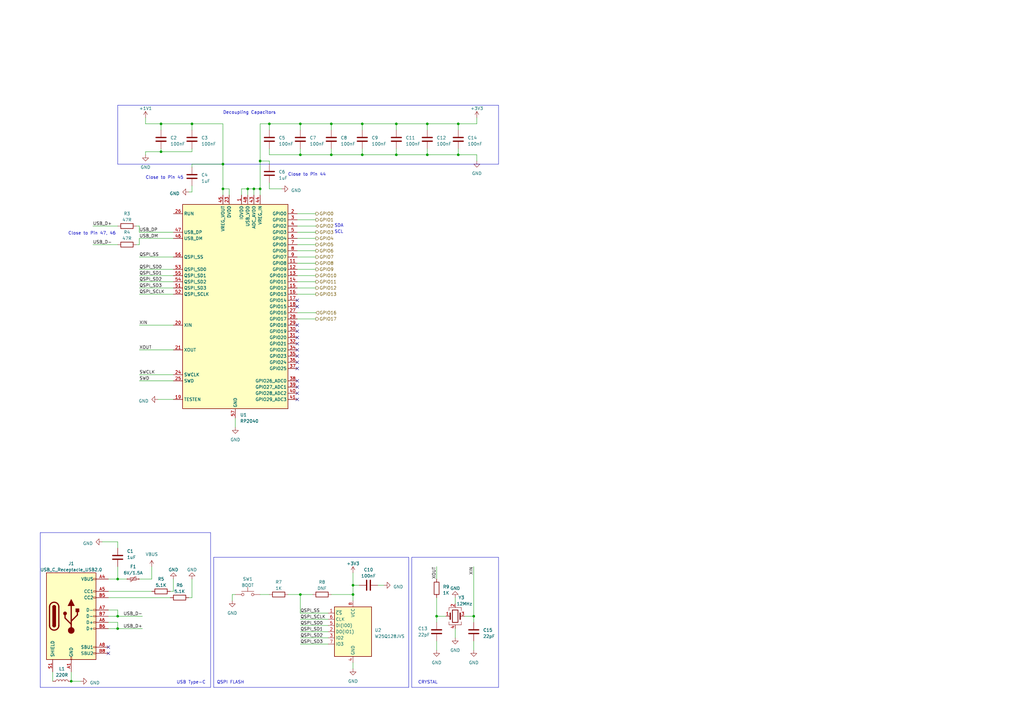
<source format=kicad_sch>
(kicad_sch (version 20230121) (generator eeschema)
  (paper "A3")
  (title_block (title "Raspberry Pi RP2040 Default Schematic") (date "2023-07-04") (rev "v1.0") (company "Author : Turgay Hopal"))
  (lib_symbols
    (symbol "Connector:USB_C_Receptacle_USB2.0" (pin_names (offset 1.016))
      (property "Reference" "J" (at -10.16 19.05 0))
      (property "Value" "USB_C_Receptacle_USB2.0" (at 19.05 19.05 0))
      (symbol "USB_C_Receptacle_USB2.0_0_0"
        (rectangle (start -0.254 -17.78) (end 0.254 -16.764))
        (rectangle (start 10.16 -14.986) (end 9.144 -15.494))
        (rectangle (start 10.16 -12.446) (end 9.144 -12.954))
        (rectangle (start 10.16 -4.826) (end 9.144 -5.334))
        (rectangle (start 10.16 -2.286) (end 9.144 -2.794))
        (rectangle (start 10.16 0.254) (end 9.144 -0.254))
        (rectangle (start 10.16 2.794) (end 9.144 2.286))
        (rectangle (start 10.16 7.874) (end 9.144 7.366))
        (rectangle (start 10.16 10.414) (end 9.144 9.906))
        (rectangle (start 10.16 15.494) (end 9.144 14.986))
      )
      (symbol "USB_C_Receptacle_USB2.0_0_1"
        (rectangle (start -10.16 17.78) (end 10.16 -17.78) (stroke (width 0.254)) (fill (type background)))
        (arc (start -8.89 -3.81) (mid -6.985 -5.7067) (end -5.08 -3.81) (stroke (width 0.508)))
        (arc (start -7.62 -3.81) (mid -6.985 -4.4423) (end -6.35 -3.81) (stroke (width 0.254)))
        (arc (start -7.62 -3.81) (mid -6.985 -4.4423) (end -6.35 -3.81) (stroke (width 0.254)) (fill (type outline)))
        (rectangle (start -7.62 -3.81) (end -6.35 3.81) (stroke (width 0.254)) (fill (type outline)))
        (arc (start -6.35 3.81) (mid -6.985 4.4423) (end -7.62 3.81) (stroke (width 0.254)))
        (arc (start -6.35 3.81) (mid -6.985 4.4423) (end -7.62 3.81) (stroke (width 0.254)) (fill (type outline)))
        (arc (start -5.08 3.81) (mid -6.985 5.7067) (end -8.89 3.81) (stroke (width 0.508)))
        (circle (center -2.54 1.143) (radius 0.635) (stroke (width 0.254)) (fill (type outline)))
        (circle (center 0 -5.842) (radius 1.27) (fill (type outline)))
        (polyline (pts (xy -8.89 -3.81) (xy -8.89 3.81)) (stroke (width 0.508)))
        (polyline (pts (xy -5.08 3.81) (xy -5.08 -3.81)) (stroke (width 0.508)))
        (polyline (pts (xy 0 -5.842) (xy 0 4.318)) (stroke (width 0.508)))
        (polyline (pts (xy 0 -3.302) (xy -2.54 -0.762) (xy -2.54 0.508)) (stroke (width 0.508)))
        (polyline (pts (xy 0 -2.032) (xy 2.54 0.508) (xy 2.54 1.778)) (stroke (width 0.508)))
        (polyline (pts (xy -1.27 4.318) (xy 0 6.858) (xy 1.27 4.318) (xy -1.27 4.318)) (stroke (width 0.254)) (fill (type outline)))
        (rectangle (start 1.905 1.778) (end 3.175 3.048) (stroke (width 0.254)) (fill (type outline)))
      )
      (symbol "USB_C_Receptacle_USB2.0_1_1"
        (pin passive line (at 0 -22.86 90) (length 5.08) (name "GND") (number "A1"))
        (pin passive line (at 0 -22.86 90) (length 5.08) hide (name "GND") (number "A12"))
        (pin passive line (at 15.24 15.24 180) (length 5.08) (name "VBUS") (number "A4"))
        (pin bidirectional line (at 15.24 10.16 180) (length 5.08) (name "CC1") (number "A5"))
        (pin bidirectional line (at 15.24 -2.54 180) (length 5.08) (name "D+") (number "A6"))
        (pin bidirectional line (at 15.24 2.54 180) (length 5.08) (name "D-") (number "A7"))
        (pin bidirectional line (at 15.24 -12.7 180) (length 5.08) (name "SBU1") (number "A8"))
        (pin passive line (at 15.24 15.24 180) (length 5.08) hide (name "VBUS") (number "A9"))
        (pin passive line (at 0 -22.86 90) (length 5.08) hide (name "GND") (number "B1"))
        (pin passive line (at 0 -22.86 90) (length 5.08) hide (name "GND") (number "B12"))
        (pin passive line (at 15.24 15.24 180) (length 5.08) hide (name "VBUS") (number "B4"))
        (pin bidirectional line (at 15.24 7.62 180) (length 5.08) (name "CC2") (number "B5"))
        (pin bidirectional line (at 15.24 -5.08 180) (length 5.08) (name "D+") (number "B6"))
        (pin bidirectional line (at 15.24 0 180) (length 5.08) (name "D-") (number "B7"))
        (pin bidirectional line (at 15.24 -15.24 180) (length 5.08) (name "SBU2") (number "B8"))
        (pin passive line (at 15.24 15.24 180) (length 5.08) hide (name "VBUS") (number "B9"))
        (pin passive line (at -7.62 -22.86 90) (length 5.08) (name "SHIELD") (number "S1"))
      )
    )
    (symbol "Device:C" (pin_numbers hide) (pin_names (offset 0.254))
      (property "Reference" "C" (at 0.635 2.54 0))
      (property "Value" "C" (at 0.635 -2.54 0))
      (symbol "C_0_1"
        (polyline (pts (xy -2.032 -0.762) (xy 2.032 -0.762)) (stroke (width 0.508)))
        (polyline (pts (xy -2.032 0.762) (xy 2.032 0.762)) (stroke (width 0.508)))
      )
      (symbol "C_1_1"
        (pin passive line (at 0 3.81 270) (length 2.794) (name "~") (number "1"))
        (pin passive line (at 0 -3.81 90) (length 2.794) (name "~") (number "2"))
      )
    )
    (symbol "Device:Crystal_GND24" (pin_names (offset 1.016) hide)
      (property "Reference" "Y" (at 3.175 5.08 0))
      (property "Value" "Crystal_GND24" (at 3.175 3.175 0))
      (symbol "Crystal_GND24_0_1"
        (rectangle (start -1.143 2.54) (end 1.143 -2.54) (stroke (width 0.3048)))
        (polyline (pts (xy -2.54 0) (xy -2.032 0)))
        (polyline (pts (xy -2.032 -1.27) (xy -2.032 1.27)) (stroke (width 0.508)))
        (polyline (pts (xy 0 -3.81) (xy 0 -3.556)))
        (polyline (pts (xy 0 3.556) (xy 0 3.81)))
        (polyline (pts (xy 2.032 -1.27) (xy 2.032 1.27)) (stroke (width 0.508)))
        (polyline (pts (xy 2.032 0) (xy 2.54 0)))
        (polyline (pts (xy -2.54 -2.286) (xy -2.54 -3.556) (xy 2.54 -3.556) (xy 2.54 -2.286)))
        (polyline (pts (xy -2.54 2.286) (xy -2.54 3.556) (xy 2.54 3.556) (xy 2.54 2.286)))
      )
      (symbol "Crystal_GND24_1_1"
        (pin passive line (at -3.81 0 0) (length 1.27) (name "1") (number "1"))
        (pin passive line (at 0 5.08 270) (length 1.27) (name "2") (number "2"))
        (pin passive line (at 3.81 0 180) (length 1.27) (name "3") (number "3"))
        (pin passive line (at 0 -5.08 90) (length 1.27) (name "4") (number "4"))
      )
    )
    (symbol "Device:L" (pin_numbers hide) (pin_names (offset 1.016) hide)
      (property "Reference" "L" (at -1.27 0 90))
      (property "Value" "L" (at 1.905 0 90))
      (symbol "L_0_1"
        (arc (start 0 -2.54) (mid 0.6323 -1.905) (end 0 -1.27))
        (arc (start 0 -1.27) (mid 0.6323 -0.635) (end 0 0))
        (arc (start 0 0) (mid 0.6323 0.635) (end 0 1.27))
        (arc (start 0 1.27) (mid 0.6323 1.905) (end 0 2.54))
      )
      (symbol "L_1_1"
        (pin passive line (at 0 3.81 270) (length 1.27) (name "1") (number "1"))
        (pin passive line (at 0 -3.81 90) (length 1.27) (name "2") (number "2"))
      )
    )
    (symbol "Device:Polyfuse_Small" (pin_numbers hide) (pin_names (offset 0))
      (property "Reference" "F" (at -1.905 0 90))
      (property "Value" "Polyfuse_Small" (at 1.905 0 90))
      (symbol "Polyfuse_Small_0_1"
        (rectangle (start -0.508 1.27) (end 0.508 -1.27))
        (polyline (pts (xy 0 2.54) (xy 0 -2.54)))
        (polyline (pts (xy -1.016 1.27) (xy -1.016 0.762) (xy 1.016 -0.762) (xy 1.016 -1.27)))
      )
      (symbol "Polyfuse_Small_1_1"
        (pin passive line (at 0 2.54 270) (length 0.635) (name "~") (number "1"))
        (pin passive line (at 0 -2.54 90) (length 0.635) (name "~") (number "2"))
      )
    )
    (symbol "Device:R" (pin_numbers hide) (pin_names (offset 0))
      (property "Reference" "R" (at 2.032 0 90))
      (property "Value" "R" (at 0 0 90))
      (symbol "R_0_1"
        (rectangle (start -1.016 -2.54) (end 1.016 2.54) (stroke (width 0.254)))
      )
      (symbol "R_1_1"
        (pin passive line (at 0 3.81 270) (length 1.27) (name "~") (number "1"))
        (pin passive line (at 0 -3.81 90) (length 1.27) (name "~") (number "2"))
      )
    )
    (symbol "MCU_RaspberryPi:RP2040"
      (property "Reference" "U" (at 17.78 45.72 0))
      (property "Value" "RP2040" (at 17.78 43.18 0))
      (symbol "RP2040_0_1"
        (rectangle (start -21.59 41.91) (end 21.59 -41.91) (stroke (width 0.254)) (fill (type background)))
      )
      (symbol "RP2040_1_1"
        (pin power_in line (at 2.54 45.72 270) (length 3.81) (name "IOVDD") (number "1"))
        (pin passive line (at 2.54 45.72 270) (length 3.81) hide (name "IOVDD") (number "10"))
        (pin bidirectional line (at 25.4 17.78 180) (length 3.81) (name "GPIO8") (number "11"))
        (pin bidirectional line (at 25.4 15.24 180) (length 3.81) (name "GPIO9") (number "12"))
        (pin bidirectional line (at 25.4 12.7 180) (length 3.81) (name "GPIO10") (number "13"))
        (pin bidirectional line (at 25.4 10.16 180) (length 3.81) (name "GPIO11") (number "14"))
        (pin bidirectional line (at 25.4 7.62 180) (length 3.81) (name "GPIO12") (number "15"))
        (pin bidirectional line (at 25.4 5.08 180) (length 3.81) (name "GPIO13") (number "16"))
        (pin bidirectional line (at 25.4 2.54 180) (length 3.81) (name "GPIO14") (number "17"))
        (pin bidirectional line (at 25.4 0 180) (length 3.81) (name "GPIO15") (number "18"))
        (pin input line (at -25.4 -38.1 0) (length 3.81) (name "TESTEN") (number "19"))
        (pin bidirectional line (at 25.4 38.1 180) (length 3.81) (name "GPIO0") (number "2"))
        (pin input line (at -25.4 -7.62 0) (length 3.81) (name "XIN") (number "20"))
        (pin passive line (at -25.4 -17.78 0) (length 3.81) (name "XOUT") (number "21"))
        (pin passive line (at 2.54 45.72 270) (length 3.81) hide (name "IOVDD") (number "22"))
        (pin power_in line (at -2.54 45.72 270) (length 3.81) (name "DVDD") (number "23"))
        (pin input line (at -25.4 -27.94 0) (length 3.81) (name "SWCLK") (number "24"))
        (pin bidirectional line (at -25.4 -30.48 0) (length 3.81) (name "SWD") (number "25"))
        (pin input line (at -25.4 38.1 0) (length 3.81) (name "RUN") (number "26"))
        (pin bidirectional line (at 25.4 -2.54 180) (length 3.81) (name "GPIO16") (number "27"))
        (pin bidirectional line (at 25.4 -5.08 180) (length 3.81) (name "GPIO17") (number "28"))
        (pin bidirectional line (at 25.4 -7.62 180) (length 3.81) (name "GPIO18") (number "29"))
        (pin bidirectional line (at 25.4 35.56 180) (length 3.81) (name "GPIO1") (number "3"))
        (pin bidirectional line (at 25.4 -10.16 180) (length 3.81) (name "GPIO19") (number "30"))
        (pin bidirectional line (at 25.4 -12.7 180) (length 3.81) (name "GPIO20") (number "31"))
        (pin bidirectional line (at 25.4 -15.24 180) (length 3.81) (name "GPIO21") (number "32"))
        (pin passive line (at 2.54 45.72 270) (length 3.81) hide (name "IOVDD") (number "33"))
        (pin bidirectional line (at 25.4 -17.78 180) (length 3.81) (name "GPIO22") (number "34"))
        (pin bidirectional line (at 25.4 -20.32 180) (length 3.81) (name "GPIO23") (number "35"))
        (pin bidirectional line (at 25.4 -22.86 180) (length 3.81) (name "GPIO24") (number "36"))
        (pin bidirectional line (at 25.4 -25.4 180) (length 3.81) (name "GPIO25") (number "37"))
        (pin bidirectional line (at 25.4 -30.48 180) (length 3.81) (name "GPIO26_ADC0") (number "38"))
        (pin bidirectional line (at 25.4 -33.02 180) (length 3.81) (name "GPIO27_ADC1") (number "39"))
        (pin bidirectional line (at 25.4 33.02 180) (length 3.81) (name "GPIO2") (number "4"))
        (pin bidirectional line (at 25.4 -35.56 180) (length 3.81) (name "GPIO28_ADC2") (number "40"))
        (pin bidirectional line (at 25.4 -38.1 180) (length 3.81) (name "GPIO29_ADC3") (number "41"))
        (pin passive line (at 2.54 45.72 270) (length 3.81) hide (name "IOVDD") (number "42"))
        (pin power_in line (at 7.62 45.72 270) (length 3.81) (name "ADC_AVDD") (number "43"))
        (pin power_in line (at 10.16 45.72 270) (length 3.81) (name "VREG_IN") (number "44"))
        (pin power_out line (at -5.08 45.72 270) (length 3.81) (name "VREG_VOUT") (number "45"))
        (pin bidirectional line (at -25.4 27.94 0) (length 3.81) (name "USB_DM") (number "46"))
        (pin bidirectional line (at -25.4 30.48 0) (length 3.81) (name "USB_DP") (number "47"))
        (pin power_in line (at 5.08 45.72 270) (length 3.81) (name "USB_VDD") (number "48"))
        (pin passive line (at 2.54 45.72 270) (length 3.81) hide (name "IOVDD") (number "49"))
        (pin bidirectional line (at 25.4 30.48 180) (length 3.81) (name "GPIO3") (number "5"))
        (pin passive line (at -2.54 45.72 270) (length 3.81) hide (name "DVDD") (number "50"))
        (pin bidirectional line (at -25.4 7.62 0) (length 3.81) (name "QSPI_SD3") (number "51"))
        (pin output line (at -25.4 5.08 0) (length 3.81) (name "QSPI_SCLK") (number "52"))
        (pin bidirectional line (at -25.4 15.24 0) (length 3.81) (name "QSPI_SD0") (number "53"))
        (pin bidirectional line (at -25.4 10.16 0) (length 3.81) (name "QSPI_SD2") (number "54"))
        (pin bidirectional line (at -25.4 12.7 0) (length 3.81) (name "QSPI_SD1") (number "55"))
        (pin bidirectional line (at -25.4 20.32 0) (length 3.81) (name "QSPI_SS") (number "56"))
        (pin power_in line (at 0 -45.72 90) (length 3.81) (name "GND") (number "57"))
        (pin bidirectional line (at 25.4 27.94 180) (length 3.81) (name "GPIO4") (number "6"))
        (pin bidirectional line (at 25.4 25.4 180) (length 3.81) (name "GPIO5") (number "7"))
        (pin bidirectional line (at 25.4 22.86 180) (length 3.81) (name "GPIO6") (number "8"))
        (pin bidirectional line (at 25.4 20.32 180) (length 3.81) (name "GPIO7") (number "9"))
      )
    )
    (symbol "Memory_Flash:W25Q128JVS"
      (property "Reference" "U" (at -8.89 8.89 0))
      (property "Value" "W25Q128JVS" (at 7.62 8.89 0))
      (symbol "W25Q128JVS_0_1"
        (rectangle (start -7.62 10.16) (end 7.62 -10.16) (stroke (width 0.254)) (fill (type background)))
      )
      (symbol "W25Q128JVS_1_1"
        (pin input line (at -10.16 7.62 0) (length 2.54) (name "~{CS}") (number "1"))
        (pin bidirectional line (at -10.16 0 0) (length 2.54) (name "DO(IO1)") (number "2"))
        (pin bidirectional line (at -10.16 -2.54 0) (length 2.54) (name "IO2") (number "3"))
        (pin power_in line (at 0 -12.7 90) (length 2.54) (name "GND") (number "4"))
        (pin bidirectional line (at -10.16 2.54 0) (length 2.54) (name "DI(IO0)") (number "5"))
        (pin input line (at -10.16 5.08 0) (length 2.54) (name "CLK") (number "6"))
        (pin bidirectional line (at -10.16 -5.08 0) (length 2.54) (name "IO3") (number "7"))
        (pin power_in line (at 0 12.7 270) (length 2.54) (name "VCC") (number "8"))
      )
    )
    (symbol "Switch:SW_Push" (pin_numbers hide) (pin_names (offset 1.016) hide)
      (property "Reference" "SW" (at 1.27 2.54 0))
      (property "Value" "SW_Push" (at 0 -1.524 0))
      (symbol "SW_Push_0_1"
        (circle (center -2.032 0) (radius 0.508))
        (polyline (pts (xy 0 1.27) (xy 0 3.048)))
        (polyline (pts (xy 2.54 1.27) (xy -2.54 1.27)))
        (circle (center 2.032 0) (radius 0.508))
        (pin passive line (at -5.08 0 0) (length 2.54) (name "1") (number "1"))
        (pin passive line (at 5.08 0 180) (length 2.54) (name "2") (number "2"))
      )
    )
    (symbol "power:+1V1" (power) (pin_names (offset 0))
      (property "Value" "+1V1" (at 0 3.556 0))
      (symbol "+1V1_0_1"
        (polyline (pts (xy -0.762 1.27) (xy 0 2.54)))
        (polyline (pts (xy 0 0) (xy 0 2.54)))
        (polyline (pts (xy 0 2.54) (xy 0.762 1.27)))
      )
      (symbol "+1V1_1_1"
        (pin power_in line (at 0 0 90) (length 0) hide (name "+1V1") (number "1"))
      )
    )
    (symbol "power:+3V3" (power) (pin_names (offset 0))
      (property "Value" "+3V3" (at 0 3.556 0))
      (symbol "+3V3_0_1"
        (polyline (pts (xy -0.762 1.27) (xy 0 2.54)))
        (polyline (pts (xy 0 0) (xy 0 2.54)))
        (polyline (pts (xy 0 2.54) (xy 0.762 1.27)))
      )
      (symbol "+3V3_1_1"
        (pin power_in line (at 0 0 90) (length 0) hide (name "+3V3") (number "1"))
      )
    )
    (symbol "power:GND" (power) (pin_names (offset 0))
      (property "Value" "GND" (at 0 -3.81 0))
      (symbol "GND_0_1"
        (polyline (pts (xy 0 0) (xy 0 -1.27) (xy 1.27 -1.27) (xy 0 -2.54) (xy -1.27 -1.27) (xy 0 -1.27)))
      )
      (symbol "GND_1_1"
        (pin power_in line (at 0 0 270) (length 0) hide (name "GND") (number "1"))
      )
    )
    (symbol "power:VBUS" (power) (pin_names (offset 0))
      (property "Value" "VBUS" (at 0 3.81 0))
      (symbol "VBUS_0_1"
        (polyline (pts (xy -0.762 1.27) (xy 0 2.54)))
        (polyline (pts (xy 0 0) (xy 0 2.54)))
        (polyline (pts (xy 0 2.54) (xy 0.762 1.27)))
      )
      (symbol "VBUS_1_1"
        (pin power_in line (at 0 0 90) (length 0) hide (name "VBUS") (number "1"))
      )
    )
  )
  (junction (at 91.44 67.31))
  (junction (at 91.44 77.47))
  (junction (at 162.56 63.5))
  (junction (at 187.96 50.8))
  (junction (at 144.78 243.84))
  (junction (at 123.19 63.5))
  (junction (at 66.04 62.23))
  (junction (at 162.56 50.8))
  (junction (at 148.59 50.8))
  (junction (at 135.89 50.8))
  (junction (at 187.96 63.5))
  (junction (at 66.04 50.8))
  (junction (at 110.49 50.8))
  (junction (at 194.31 252.73))
  (junction (at 179.07 252.73))
  (junction (at 48.26 252.73))
  (junction (at 175.26 63.5))
  (junction (at 123.19 243.84))
  (junction (at 148.59 63.5))
  (junction (at 78.74 50.8))
  (junction (at 48.26 257.81))
  (junction (at 106.68 77.47))
  (junction (at 123.19 50.8))
  (junction (at 29.21 279.4))
  (junction (at 175.26 50.8))
  (junction (at 48.26 237.49))
  (junction (at 135.89 63.5))
  (junction (at 144.78 240.03))
  (junction (at 101.6 77.47))
  (junction (at 106.68 66.04))
  (junction (at 104.14 77.47))
  (no_connect (at 121.92 146.05))
  (no_connect (at 44.45 267.97))
  (no_connect (at 121.92 161.29))
  (no_connect (at 121.92 135.89))
  (no_connect (at 44.45 265.43))
  (no_connect (at 121.92 140.97))
  (no_connect (at 121.92 148.59))
  (no_connect (at 121.92 138.43))
  (no_connect (at 121.92 151.13))
  (no_connect (at 121.92 125.73))
  (no_connect (at 121.92 143.51))
  (no_connect (at 121.92 156.21))
  (no_connect (at 121.92 163.83))
  (no_connect (at 121.92 133.35))
  (no_connect (at 121.92 158.75))
  (no_connect (at 121.92 123.19))
  (wire (pts (xy 162.56 50.8) (xy 162.56 53.34)))
  (wire (pts (xy 38.1 100.33) (xy 48.26 100.33)))
  (wire (pts (xy 123.19 50.8) (xy 135.89 50.8)))
  (wire (pts (xy 154.94 240.03) (xy 157.48 240.03)))
  (wire (pts (xy 179.07 232.41) (xy 179.07 237.49)))
  (wire (pts (xy 123.19 251.46) (xy 134.62 251.46)))
  (wire (pts (xy 44.45 252.73) (xy 48.26 252.73)))
  (wire (pts (xy 44.45 242.57) (xy 62.23 242.57)))
  (wire (pts (xy 57.15 105.41) (xy 71.12 105.41)))
  (wire (pts (xy 123.19 63.5) (xy 135.89 63.5)))
  (wire (pts (xy 118.11 243.84) (xy 123.19 243.84)))
  (wire (pts (xy 106.68 66.04) (xy 106.68 50.8)))
  (wire (pts (xy 187.96 63.5) (xy 195.58 63.5)))
  (wire (pts (xy 123.19 254) (xy 134.62 254)))
  (wire (pts (xy 121.92 110.49) (xy 129.54 110.49)))
  (polyline (pts (xy 87.63 228.6) (xy 167.64 228.6)))
  (wire (pts (xy 99.06 77.47) (xy 101.6 77.47)))
  (wire (pts (xy 57.15 237.49) (xy 62.23 237.49)))
  (wire (pts (xy 44.45 255.27) (xy 48.26 255.27)))
  (wire (pts (xy 194.31 262.89) (xy 194.31 266.7)))
  (wire (pts (xy 99.06 80.01) (xy 99.06 77.47)))
  (wire (pts (xy 123.19 261.62) (xy 134.62 261.62)))
  (polyline (pts (xy 86.36 281.94) (xy 86.36 218.44)))
  (wire (pts (xy 195.58 63.5) (xy 195.58 66.04)))
  (wire (pts (xy 144.78 234.95) (xy 144.78 240.03)))
  (wire (pts (xy 62.23 237.49) (xy 62.23 232.41)))
  (wire (pts (xy 187.96 63.5) (xy 187.96 60.96)))
  (wire (pts (xy 38.1 92.71) (xy 48.26 92.71)))
  (wire (pts (xy 186.69 245.11) (xy 186.69 247.65)))
  (wire (pts (xy 44.45 237.49) (xy 48.26 237.49)))
  (wire (pts (xy 194.31 255.27) (xy 194.31 252.73)))
  (wire (pts (xy 135.89 50.8) (xy 148.59 50.8)))
  (polyline (pts (xy 204.47 67.31) (xy 204.47 43.18)))
  (wire (pts (xy 110.49 66.04) (xy 106.68 66.04)))
  (wire (pts (xy 101.6 77.47) (xy 104.14 77.47)))
  (wire (pts (xy 144.78 240.03) (xy 147.32 240.03)))
  (wire (pts (xy 148.59 63.5) (xy 162.56 63.5)))
  (polyline (pts (xy 168.91 281.94) (xy 204.47 281.94)))
  (wire (pts (xy 29.21 279.4) (xy 33.02 279.4)))
  (wire (pts (xy 121.92 113.03) (xy 129.54 113.03)))
  (wire (pts (xy 78.74 78.74) (xy 78.74 76.2)))
  (wire (pts (xy 110.49 67.31) (xy 110.49 66.04)))
  (polyline (pts (xy 168.91 228.6) (xy 168.91 281.94)))
  (wire (pts (xy 123.19 60.96) (xy 123.19 63.5)))
  (polyline (pts (xy 48.26 43.18) (xy 48.26 67.31)))
  (wire (pts (xy 179.07 262.89) (xy 179.07 266.7)))
  (wire (pts (xy 175.26 60.96) (xy 175.26 63.5)))
  (wire (pts (xy 57.15 118.11) (xy 71.12 118.11)))
  (wire (pts (xy 57.15 133.35) (xy 71.12 133.35)))
  (wire (pts (xy 129.54 102.87) (xy 121.92 102.87)))
  (wire (pts (xy 104.14 77.47) (xy 106.68 77.47)))
  (wire (pts (xy 144.78 243.84) (xy 144.78 246.38)))
  (wire (pts (xy 129.54 128.27) (xy 121.92 128.27)))
  (wire (pts (xy 123.19 243.84) (xy 128.27 243.84)))
  (wire (pts (xy 106.68 243.84) (xy 110.49 243.84)))
  (wire (pts (xy 175.26 50.8) (xy 187.96 50.8)))
  (wire (pts (xy 121.92 107.95) (xy 129.54 107.95)))
  (wire (pts (xy 78.74 62.23) (xy 78.74 60.96)))
  (wire (pts (xy 29.21 275.59) (xy 29.21 279.4)))
  (wire (pts (xy 48.26 222.25) (xy 41.91 222.25)))
  (wire (pts (xy 64.77 163.83) (xy 71.12 163.83)))
  (polyline (pts (xy 48.26 43.18) (xy 204.47 43.18)))
  (wire (pts (xy 194.31 232.41) (xy 194.31 252.73)))
  (wire (pts (xy 187.96 50.8) (xy 195.58 50.8)))
  (wire (pts (xy 187.96 50.8) (xy 187.96 53.34)))
  (wire (pts (xy 194.31 252.73) (xy 190.5 252.73)))
  (wire (pts (xy 66.04 50.8) (xy 66.04 53.34)))
  (wire (pts (xy 57.15 95.25) (xy 71.12 95.25)))
  (wire (pts (xy 182.88 252.73) (xy 179.07 252.73)))
  (wire (pts (xy 121.92 92.71) (xy 129.54 92.71)))
  (polyline (pts (xy 168.91 228.6) (xy 204.47 228.6)))
  (polyline (pts (xy 16.51 281.94) (xy 86.36 281.94)))
  (wire (pts (xy 129.54 130.81) (xy 121.92 130.81)))
  (wire (pts (xy 186.69 257.81) (xy 186.69 261.62)))
  (wire (pts (xy 95.25 246.38) (xy 95.25 243.84)))
  (wire (pts (xy 48.26 250.19) (xy 48.26 252.73)))
  (wire (pts (xy 162.56 60.96) (xy 162.56 63.5)))
  (wire (pts (xy 57.15 115.57) (xy 71.12 115.57)))
  (wire (pts (xy 48.26 224.79) (xy 48.26 222.25)))
  (wire (pts (xy 78.74 245.11) (xy 77.47 245.11)))
  (polyline (pts (xy 16.51 218.44) (xy 86.36 218.44)))
  (wire (pts (xy 144.78 240.03) (xy 144.78 243.84)))
  (wire (pts (xy 69.85 242.57) (xy 71.12 242.57)))
  (wire (pts (xy 57.15 143.51) (xy 71.12 143.51)))
  (wire (pts (xy 129.54 100.33) (xy 121.92 100.33)))
  (wire (pts (xy 57.15 100.33) (xy 55.88 100.33)))
  (wire (pts (xy 57.15 97.79) (xy 57.15 100.33)))
  (wire (pts (xy 129.54 97.79) (xy 121.92 97.79)))
  (wire (pts (xy 123.19 50.8) (xy 123.19 53.34)))
  (wire (pts (xy 110.49 74.93) (xy 110.49 77.47)))
  (wire (pts (xy 110.49 50.8) (xy 123.19 50.8)))
  (wire (pts (xy 148.59 60.96) (xy 148.59 63.5)))
  (wire (pts (xy 129.54 90.17) (xy 121.92 90.17)))
  (wire (pts (xy 106.68 50.8) (xy 110.49 50.8)))
  (wire (pts (xy 110.49 63.5) (xy 123.19 63.5)))
  (wire (pts (xy 78.74 68.58) (xy 78.74 67.31)))
  (wire (pts (xy 129.54 87.63) (xy 121.92 87.63)))
  (wire (pts (xy 78.74 50.8) (xy 66.04 50.8)))
  (wire (pts (xy 59.69 50.8) (xy 66.04 50.8)))
  (wire (pts (xy 148.59 50.8) (xy 148.59 53.34)))
  (wire (pts (xy 57.15 156.21) (xy 71.12 156.21)))
  (wire (pts (xy 71.12 237.49) (xy 71.12 242.57)))
  (wire (pts (xy 123.19 256.54) (xy 134.62 256.54)))
  (polyline (pts (xy 204.47 281.94) (xy 204.47 228.6)))
  (wire (pts (xy 57.15 120.65) (xy 71.12 120.65)))
  (wire (pts (xy 91.44 77.47) (xy 91.44 67.31)))
  (wire (pts (xy 57.15 95.25) (xy 57.15 92.71)))
  (wire (pts (xy 48.26 257.81) (xy 58.42 257.81)))
  (wire (pts (xy 93.98 80.01) (xy 93.98 77.47)))
  (wire (pts (xy 106.68 80.01) (xy 106.68 77.47)))
  (wire (pts (xy 59.69 62.23) (xy 66.04 62.23)))
  (wire (pts (xy 91.44 80.01) (xy 91.44 77.47)))
  (wire (pts (xy 66.04 62.23) (xy 78.74 62.23)))
  (wire (pts (xy 21.59 275.59) (xy 21.59 279.4)))
  (wire (pts (xy 57.15 113.03) (xy 71.12 113.03)))
  (wire (pts (xy 121.92 105.41) (xy 129.54 105.41)))
  (wire (pts (xy 121.92 95.25) (xy 129.54 95.25)))
  (wire (pts (xy 123.19 243.84) (xy 123.19 251.46)))
  (wire (pts (xy 44.45 257.81) (xy 48.26 257.81)))
  (polyline (pts (xy 87.63 281.94) (xy 167.64 281.94)))
  (wire (pts (xy 135.89 60.96) (xy 135.89 63.5)))
  (wire (pts (xy 144.78 271.78) (xy 144.78 274.32)))
  (wire (pts (xy 48.26 237.49) (xy 52.07 237.49)))
  (wire (pts (xy 66.04 60.96) (xy 66.04 62.23)))
  (wire (pts (xy 95.25 243.84) (xy 96.52 243.84)))
  (wire (pts (xy 91.44 67.31) (xy 91.44 50.8)))
  (wire (pts (xy 57.15 110.49) (xy 71.12 110.49)))
  (wire (pts (xy 195.58 50.8) (xy 195.58 48.26)))
  (wire (pts (xy 179.07 252.73) (xy 179.07 255.27)))
  (wire (pts (xy 91.44 50.8) (xy 78.74 50.8)))
  (polyline (pts (xy 87.63 228.6) (xy 87.63 281.94)))
  (wire (pts (xy 78.74 50.8) (xy 78.74 53.34)))
  (wire (pts (xy 121.92 120.65) (xy 129.54 120.65)))
  (wire (pts (xy 148.59 50.8) (xy 162.56 50.8)))
  (wire (pts (xy 57.15 153.67) (xy 71.12 153.67)))
  (wire (pts (xy 123.19 259.08) (xy 134.62 259.08)))
  (wire (pts (xy 48.26 255.27) (xy 48.26 257.81)))
  (wire (pts (xy 162.56 63.5) (xy 175.26 63.5)))
  (wire (pts (xy 104.14 77.47) (xy 104.14 80.01)))
  (wire (pts (xy 77.47 78.74) (xy 78.74 78.74)))
  (wire (pts (xy 96.52 171.45) (xy 96.52 175.26)))
  (wire (pts (xy 110.49 60.96) (xy 110.49 63.5)))
  (wire (pts (xy 101.6 77.47) (xy 101.6 80.01)))
  (wire (pts (xy 93.98 77.47) (xy 91.44 77.47)))
  (wire (pts (xy 121.92 115.57) (xy 129.54 115.57)))
  (wire (pts (xy 179.07 245.11) (xy 179.07 252.73)))
  (polyline (pts (xy 16.51 218.44) (xy 16.51 281.94)))
  (wire (pts (xy 57.15 92.71) (xy 55.88 92.71)))
  (wire (pts (xy 106.68 77.47) (xy 106.68 66.04)))
  (wire (pts (xy 135.89 243.84) (xy 144.78 243.84)))
  (wire (pts (xy 44.45 250.19) (xy 48.26 250.19)))
  (wire (pts (xy 175.26 63.5) (xy 187.96 63.5)))
  (wire (pts (xy 123.19 264.16) (xy 134.62 264.16)))
  (wire (pts (xy 78.74 67.31) (xy 91.44 67.31)))
  (wire (pts (xy 59.69 48.26) (xy 59.69 50.8)))
  (polyline (pts (xy 167.64 281.94) (xy 167.64 228.6)))
  (wire (pts (xy 135.89 50.8) (xy 135.89 53.34)))
  (wire (pts (xy 71.12 97.79) (xy 57.15 97.79)))
  (wire (pts (xy 135.89 63.5) (xy 148.59 63.5)))
  (wire (pts (xy 110.49 50.8) (xy 110.49 53.34)))
  (polyline (pts (xy 48.26 67.31) (xy 204.47 67.31)))
  (wire (pts (xy 78.74 237.49) (xy 78.74 245.11)))
  (wire (pts (xy 44.45 245.11) (xy 69.85 245.11)))
  (wire (pts (xy 175.26 50.8) (xy 175.26 53.34)))
  (wire (pts (xy 48.26 252.73) (xy 58.42 252.73)))
  (wire (pts (xy 48.26 232.41) (xy 48.26 237.49)))
  (wire (pts (xy 59.69 63.5) (xy 59.69 62.23)))
  (wire (pts (xy 162.56 50.8) (xy 175.26 50.8)))
  (wire (pts (xy 121.92 118.11) (xy 129.54 118.11)))
  (wire (pts (xy 110.49 77.47) (xy 115.57 77.47)))
  (text "Close to Pin 45" (at 59.69 73.66 0) (effects (font (size 1.27 1.27)) (justify left bottom)))
  (text "SCL" (at 137.16 95.885 0) (effects (font (size 1.27 1.27)) (justify left bottom)))
  (text "Decoupling Capacitors" (at 91.44 46.99 0) (effects (font (size 1.27 1.27)) (justify left bottom)))
  (text "SDA" (at 137.16 93.345 0) (effects (font (size 1.27 1.27)) (justify left bottom)))
  (text "QSPI FLASH" (at 88.9 280.67 0) (effects (font (size 1.27 1.27)) (justify left bottom)))
  (text "CRYSTAL" (at 171.45 280.67 0) (effects (font (size 1.27 1.27)) (justify left bottom)))
  (text "USB Type-C" (at 72.39 280.67 0) (effects (font (size 1.27 1.27)) (justify left bottom)))
  (text "Close to Pin 44" (at 118.11 72.39 0) (effects (font (size 1.27 1.27)) (justify left bottom)))
  (text "Close to Pin 47, 46" (at 27.94 96.52 0) (effects (font (size 1.27 1.27)) (justify left bottom)))
  (label "USB_D+" (at 58.42 257.81 180))
  (label "XOUT" (at 179.07 232.41 270))
  (label "QSPI_SD2" (at 123.19 261.62 0))
  (label "QSPI_SD1" (at 57.15 113.03 0))
  (label "USB_DP" (at 57.15 95.25 0))
  (label "QSPI_SD3" (at 57.15 118.11 0))
  (label "QSPI_SCLK" (at 123.19 254 0))
  (label "SWD" (at 57.15 156.21 0))
  (label "QSPI_SS" (at 123.19 251.46 0))
  (label "QSPI_SD1" (at 123.19 259.08 0))
  (label "QSPI_SD0" (at 123.19 256.54 0))
  (label "QSPI_SS" (at 57.15 105.41 0))
  (label "QSPI_SD2" (at 57.15 115.57 0))
  (label "QSPI_SD3" (at 123.19 264.16 0))
  (label "XOUT" (at 57.15 143.51 0))
  (label "QSPI_SD0" (at 57.15 110.49 0))
  (label "USB_D+" (at 38.1 92.71 0))
  (label "XIN" (at 194.31 232.41 270))
  (label "USB_DM" (at 57.15 97.79 0))
  (label "USB_D-" (at 58.42 252.73 180))
  (label "SWCLK" (at 57.15 153.67 0))
  (label "USB_D-" (at 38.1 100.33 0))
  (label "XIN" (at 57.15 133.35 0))
  (label "QSPI_SCLK" (at 57.15 120.65 0))
  (hierarchical_label "GPIO4" (shape output) (at 129.54 97.79 0))
  (hierarchical_label "GPIO6" (shape output) (at 129.54 102.87 0))
  (hierarchical_label "GPIO5" (shape output) (at 129.54 100.33 0))
  (hierarchical_label "GPIO8" (shape output) (at 129.54 107.95 0))
  (hierarchical_label "GPIO2" (shape bidirectional) (at 129.54 92.71 0))
  (hierarchical_label "GPIO9" (shape output) (at 129.54 110.49 0))
  (hierarchical_label "GPIO1" (shape output) (at 129.54 90.17 0))
  (hierarchical_label "GPIO13" (shape output) (at 129.54 120.65 0))
  (hierarchical_label "GPIO11" (shape output) (at 129.54 115.57 0))
  (hierarchical_label "GPIO0" (shape output) (at 129.54 87.63 0))
  (hierarchical_label "GPIO7" (shape output) (at 129.54 105.41 0))
  (hierarchical_label "GPIO3" (shape output) (at 129.54 95.25 0))
  (hierarchical_label "GPIO10" (shape output) (at 129.54 113.03 0))
  (hierarchical_label "GPIO12" (shape output) (at 129.54 118.11 0))
  (hierarchical_label "GPIO16" (shape input) (at 129.54 128.27 0))
  (hierarchical_label "GPIO17" (shape output) (at 129.54 130.81 0))
  (symbol (lib_id "MCU_RaspberryPi:RP2040") (at 96.52 125.73 0) (unit 1)
    (property "Reference" "U1" (at 98.4759 170.18 0) (effects (justify left)))
    (property "Value" "RP2040" (at 98.4759 172.72 0) (effects (justify left)))
    (property "Footprint" "Package_DFN_QFN:QFN-56-1EP_7x7mm_P0.4mm_EP5.6x5.6mm" (effects hide))
    (property "Datasheet" "https://datasheets.raspberrypi.com/rp2040/rp2040-datasheet.pdf" (effects hide))
  )
  (symbol (lib_id "power:+1V1") (at 59.69 48.26 0) (unit 1)
    (property "Reference" "#PWR03" (effects hide))
    (property "Value" "+1V1" (at 59.69 44.45 0))
  )
  (symbol (lib_id "Connector:USB_C_Receptacle_USB2.0") (at 29.21 252.73 0) (unit 1)
    (property "Reference" "J1" (at 29.21 231.14 0))
    (property "Value" "USB_C_Receptacle_USB2.0" (at 29.21 233.68 0))
    (property "Footprint" "Connector_USB:USB_C_Receptacle_HRO_TYPE-C-31-M-12" (effects hide))
    (property "Datasheet" "https://www.usb.org/sites/default/files/documents/usb_type-c.zip" (effects hide))
  )
  (symbol (lib_id "power:VBUS") (at 62.23 232.41 0) (unit 1)
    (property "Reference" "#PWR05" (effects hide))
    (property "Value" "VBUS" (at 62.23 227.33 0))
    (instances (project "DeskSandGlass" (path "" (reference "#PWR05") (unit 1))) (project "DeskSmartFan" (path "" (reference "#PWR05") (unit 1))) (project "QualityDeskController" (path "" (reference "#PWR025") (unit 1))))
  )
  (symbol (lib_id "Device:Crystal_GND24") (at 186.69 252.73 0) (unit 1)
    (property "Reference" "Y3" (at 189.23 245.11 0))
    (property "Value" "12MHz" (at 190.5 247.65 0))
    (property "Footprint" "Crystal:Crystal_SMD_2520-4Pin_2.5x2.0mm" (effects hide))
    (instances (project "DeskSandGlass" (path "" (reference "Y3") (unit 1))) (project "DeskSmartFan" (path "" (reference "Y1") (unit 1))))
  )
  (symbol (lib_id "Device:R") (at 132.08 243.84 90) (unit 1)
    (property "Reference" "R8" (at 132.08 238.76 90))
    (property "Value" "DNF" (at 132.08 241.3 90))
    (property "Footprint" "Resistor_SMD:R_0603_1608Metric" (effects hide))
    (instances (project "DeskSandGlass" (path "" (reference "R8") (unit 1))) (project "DeskSmartFan" (path "" (reference "R6") (unit 1))))
  )
  (symbol (lib_id "power:GND") (at 186.69 261.62 0) (unit 1)
    (property "Reference" "#PWR097" (effects hide))
    (property "Value" "GND" (at 186.69 266.7 0))
    (instances (project "DeskSandGlass" (path "" (reference "#PWR097") (unit 1))) (project "DeskSmartFan" (path "" (reference "#PWR018") (unit 1))))
  )
  (symbol (lib_id "power:GND") (at 71.12 237.49 180) (unit 1)
    (property "Reference" "#PWR07" (effects hide))
    (property "Value" "GND" (at 71.12 233.68 0))
  )
  (symbol (lib_id "Device:C") (at 151.13 240.03 90) (unit 1)
    (property "Reference" "C10" (at 151.13 233.68 90))
    (property "Value" "100nF" (at 151.13 236.22 90))
    (property "Footprint" "Capacitor_SMD:C_0603_1608Metric" (effects hide))
  )
  (symbol (lib_id "power:GND") (at 115.57 77.47 90) (unit 1)
    (property "Reference" "#PWR012" (effects hide))
    (property "Value" "GND" (at 119.38 78.105 90) (effects (justify right)))
  )
  (symbol (lib_id "power:GND") (at 41.91 222.25 270) (unit 1)
    (property "Reference" "#PWR02" (effects hide))
    (property "Value" "GND" (at 38.1 222.885 90) (effects (justify right)))
  )
  (symbol (lib_id "Device:R") (at 52.07 100.33 90) (unit 1)
    (property "Reference" "R4" (at 52.07 95.25 90))
    (property "Value" "47R" (at 52.07 97.79 90))
    (property "Footprint" "Resistor_SMD:R_0603_1608Metric" (effects hide))
    (instances (project "DeskSandGlass" (path "" (reference "R4") (unit 1))) (project "DeskSmartFan" (path "" (reference "R2") (unit 1))))
  )
  (symbol (lib_id "power:GND") (at 186.69 245.11 180) (unit 1)
    (property "Reference" "#PWR098" (effects hide))
    (property "Value" "GND" (at 186.69 241.3 0))
    (instances (project "DeskSandGlass" (path "" (reference "#PWR098") (unit 1))) (project "DeskSmartFan" (path "" (reference "#PWR017") (unit 1))))
  )
  (symbol (lib_id "Device:R") (at 73.66 245.11 90) (unit 1)
    (property "Reference" "R6" (at 73.66 240.03 90))
    (property "Value" "5.1K" (at 73.66 242.57 90))
    (property "Footprint" "Resistor_SMD:R_0603_1608Metric" (effects hide))
    (instances (project "DeskSandGlass" (path "" (reference "R6") (unit 1))) (project "DeskSmartFan" (path "" (reference "R4") (unit 1))))
  )
  (symbol (lib_id "power:GND") (at 64.77 163.83 270) (unit 1)
    (property "Reference" "#PWR06" (effects hide))
    (property "Value" "GND" (at 60.96 164.465 90) (effects (justify right)))
  )
  (symbol (lib_id "Device:C") (at 110.49 57.15 0) (unit 1)
    (property "Reference" "C5" (at 114.3 56.515 0) (effects (justify left)))
    (property "Value" "100nF" (at 114.3 59.055 0) (effects (justify left)))
    (property "Footprint" "Capacitor_SMD:C_0603_1608Metric" (effects hide))
  )
  (symbol (lib_id "Device:R") (at 179.07 241.3 180) (unit 1)
    (property "Reference" "R9" (at 181.61 240.665 0) (effects (justify right)))
    (property "Value" "1K" (at 181.61 243.205 0) (effects (justify right)))
    (property "Footprint" "Resistor_SMD:R_0603_1608Metric" (effects hide))
    (instances (project "DeskSandGlass" (path "" (reference "R9") (unit 1))) (project "DeskSmartFan" (path "" (reference "R7") (unit 1))))
  )
  (symbol (lib_id "Device:C") (at 48.26 228.6 0) (unit 1)
    (property "Reference" "C1" (at 52.07 226.06 0) (effects (justify left)))
    (property "Value" "1uF" (at 52.07 228.6 0) (effects (justify left)))
    (property "Footprint" "Capacitor_SMD:C_0603_1608Metric" (effects hide))
  )
  (symbol (lib_id "power:GND") (at 78.74 237.49 180) (unit 1)
    (property "Reference" "#PWR09" (effects hide))
    (property "Value" "GND" (at 78.74 233.68 0))
  )
  (symbol (lib_id "Device:C") (at 66.04 57.15 0) (unit 1)
    (property "Reference" "C2" (at 69.85 56.515 0) (effects (justify left)))
    (property "Value" "100nF" (at 69.85 59.055 0) (effects (justify left)))
    (property "Footprint" "Capacitor_SMD:C_0603_1608Metric" (effects hide))
  )
  (symbol (lib_id "power:GND") (at 179.07 266.7 0) (unit 1)
    (property "Reference" "#PWR016" (effects hide))
    (property "Value" "GND" (at 179.07 271.78 0))
  )
  (symbol (lib_id "power:GND") (at 96.52 175.26 0) (unit 1)
    (property "Reference" "#PWR011" (effects hide))
    (property "Value" "GND" (at 96.52 180.34 0))
  )
  (symbol (lib_id "Device:C") (at 135.89 57.15 0) (unit 1)
    (property "Reference" "C8" (at 139.7 56.515 0) (effects (justify left)))
    (property "Value" "100nF" (at 139.7 59.055 0) (effects (justify left)))
    (property "Footprint" "Capacitor_SMD:C_0603_1608Metric" (effects hide))
  )
  (symbol (lib_id "power:GND") (at 95.25 246.38 0) (unit 1)
    (property "Reference" "#PWR010" (effects hide))
    (property "Value" "GND" (at 95.25 251.46 0))
  )
  (symbol (lib_id "Device:Polyfuse_Small") (at 54.61 237.49 90) (unit 1)
    (property "Reference" "F1" (at 54.61 232.41 90))
    (property "Value" "6V/1.5A" (at 54.61 234.95 90))
    (property "Footprint" "Fuse:Fuse_0805_2012Metric" (effects hide))
    (property "Datasheet" "https://cdn.ozdisan.com/ETicaret_Dosya/490835_665008.pdf" (effects hide))
    (property "Description" "THERMISTOR PTC RESETTABLE FUSE 0805 1.5A 6V" (effects hide))
    (property "Manufacturer" "THINKING" (effects hide))
    (property "Suplier" "Özdisan" (effects hide))
    (property "Suplier Part Number" "KLM2S150RY" (effects hide))
    (property "Package-Case" "0805" (effects hide))
  )
  (symbol (lib_id "Device:C") (at 123.19 57.15 0) (unit 1)
    (property "Reference" "C7" (at 127 56.515 0) (effects (justify left)))
    (property "Value" "100nF" (at 127 59.055 0) (effects (justify left)))
    (property "Footprint" "Capacitor_SMD:C_0603_1608Metric" (effects hide))
  )
  (symbol (lib_id "power:+3V3") (at 144.78 234.95 0) (unit 1)
    (property "Reference" "#PWR013" (effects hide))
    (property "Value" "+3V3" (at 144.78 231.14 0))
  )
  (symbol (lib_id "Device:C") (at 78.74 72.39 0) (unit 1)
    (property "Reference" "C4" (at 82.55 71.755 0) (effects (justify left)))
    (property "Value" "1uF" (at 82.55 74.295 0) (effects (justify left)))
    (property "Footprint" "Capacitor_SMD:C_0603_1608Metric" (effects hide))
  )
  (symbol (lib_id "power:GND") (at 59.69 63.5 0) (unit 1)
    (property "Reference" "#PWR04" (effects hide))
    (property "Value" "GND" (at 59.69 68.58 0))
  )
  (symbol (lib_id "Device:R") (at 52.07 92.71 90) (unit 1)
    (property "Reference" "R3" (at 52.07 87.63 90))
    (property "Value" "47R" (at 52.07 90.17 90))
    (property "Footprint" "Resistor_SMD:R_0603_1608Metric" (effects hide))
    (instances (project "DeskSandGlass" (path "" (reference "R3") (unit 1))) (project "DeskSmartFan" (path "" (reference "R1") (unit 1))))
  )
  (symbol (lib_id "Device:C") (at 194.31 259.08 0) (unit 1)
    (property "Reference" "C15" (at 198.12 258.445 0) (effects (justify left)))
    (property "Value" "22pF" (at 198.12 260.985 0) (effects (justify left)))
    (property "Footprint" "Capacitor_SMD:C_0603_1608Metric" (effects hide))
  )
  (symbol (lib_id "Device:C") (at 78.74 57.15 0) (unit 1)
    (property "Reference" "C3" (at 82.55 56.515 0) (effects (justify left)))
    (property "Value" "100nF" (at 82.55 59.055 0) (effects (justify left)))
    (property "Footprint" "Capacitor_SMD:C_0603_1608Metric" (effects hide))
  )
  (symbol (lib_id "Device:C") (at 148.59 57.15 0) (unit 1)
    (property "Reference" "C9" (at 152.4 56.515 0) (effects (justify left)))
    (property "Value" "100nF" (at 152.4 59.055 0) (effects (justify left)))
    (property "Footprint" "Capacitor_SMD:C_0603_1608Metric" (effects hide))
  )
  (symbol (lib_id "Switch:SW_Push") (at 101.6 243.84 0) (unit 1)
    (property "Reference" "SW1" (at 101.6 237.49 0))
    (property "Value" "BOOT" (at 101.6 240.03 0))
    (property "Footprint" "Button_Switch_SMD:SW_SPST_FSMSM" (effects hide))
  )
  (symbol (lib_id "power:GND") (at 77.47 78.74 270) (unit 1)
    (property "Reference" "#PWR08" (effects hide))
    (property "Value" "GND" (at 73.66 79.375 90) (effects (justify right)))
  )
  (symbol (lib_id "Device:C") (at 162.56 57.15 0) (unit 1)
    (property "Reference" "C11" (at 166.37 56.515 0) (effects (justify left)))
    (property "Value" "100nF" (at 166.37 59.055 0) (effects (justify left)))
    (property "Footprint" "Capacitor_SMD:C_0603_1608Metric" (effects hide))
  )
  (symbol (lib_id "Device:C") (at 110.49 71.12 0) (unit 1)
    (property "Reference" "C6" (at 114.3 70.485 0) (effects (justify left)))
    (property "Value" "1uF" (at 114.3 73.025 0) (effects (justify left)))
    (property "Footprint" "Capacitor_SMD:C_0603_1608Metric" (effects hide))
  )
  (symbol (lib_id "Device:L") (at 25.4 279.4 90) (unit 1)
    (property "Reference" "L1" (at 25.4 274.32 90))
    (property "Value" "220R" (at 25.4 276.86 90))
    (property "Footprint" "Inductor_SMD:L_0603_1608Metric" (effects hide))
  )
  (symbol (lib_id "Memory_Flash:W25Q128JVS") (at 144.78 259.08 0) (unit 1)
    (property "Reference" "U2" (at 153.67 258.445 0) (effects (justify left)))
    (property "Value" "W25Q128JVS" (at 153.67 260.985 0) (effects (justify left)))
    (property "Footprint" "Package_SO:SOIC-8_5.23x5.23mm_P1.27mm" (effects hide))
    (property "Datasheet" "http://www.winbond.com/resource-files/w25q128jv_dtr%20revc%2003272018%20plus.pdf" (effects hide))
  )
  (symbol (lib_id "power:GND") (at 33.02 279.4 90) (unit 1)
    (property "Reference" "#PWR01" (effects hide))
    (property "Value" "GND" (at 36.83 280.035 90) (effects (justify right)))
  )
  (symbol (lib_id "power:GND") (at 194.31 266.7 0) (unit 1)
    (property "Reference" "#PWR017" (effects hide))
    (property "Value" "GND" (at 194.31 271.78 0))
    (instances (project "DeskSandGlass" (path "" (reference "#PWR017") (unit 1))) (project "DeskSmartFan" (path "" (reference "#PWR019") (unit 1))))
  )
  (symbol (lib_id "Device:R") (at 114.3 243.84 90) (unit 1)
    (property "Reference" "R7" (at 114.3 238.76 90))
    (property "Value" "1K" (at 114.3 241.3 90))
    (property "Footprint" "Resistor_SMD:R_0603_1608Metric" (effects hide))
    (instances (project "DeskSandGlass" (path "" (reference "R7") (unit 1))) (project "DeskSmartFan" (path "" (reference "R5") (unit 1))))
  )
  (symbol (lib_id "Device:C") (at 175.26 57.15 0) (unit 1)
    (property "Reference" "C12" (at 179.07 56.515 0) (effects (justify left)))
    (property "Value" "100nF" (at 179.07 59.055 0) (effects (justify left)))
    (property "Footprint" "Capacitor_SMD:C_0603_1608Metric" (effects hide))
  )
  (symbol (lib_id "Device:R") (at 66.04 242.57 90) (unit 1)
    (property "Reference" "R5" (at 66.04 237.49 90))
    (property "Value" "5.1K" (at 66.04 240.03 90))
    (property "Footprint" "Resistor_SMD:R_0603_1608Metric" (effects hide))
    (instances (project "DeskSandGlass" (path "" (reference "R5") (unit 1))) (project "DeskSmartFan" (path "" (reference "R3") (unit 1))))
  )
  (symbol (lib_id "power:GND") (at 144.78 274.32 0) (unit 1)
    (property "Reference" "#PWR014" (effects hide))
    (property "Value" "GND" (at 144.78 279.4 0))
  )
  (symbol (lib_id "power:+3V3") (at 195.58 48.26 0) (unit 1)
    (property "Reference" "#PWR018" (effects hide))
    (property "Value" "+3V3" (at 195.58 44.45 0))
    (instances (project "DeskSandGlass" (path "" (reference "#PWR018") (unit 1))) (project "DeskSmartFan" (path "" (reference "#PWR020") (unit 1))))
  )
  (symbol (lib_id "power:GND") (at 195.58 66.04 0) (unit 1)
    (property "Reference" "#PWR019" (effects hide))
    (property "Value" "GND" (at 195.58 71.12 0))
    (instances (project "DeskSandGlass" (path "" (reference "#PWR019") (unit 1))) (project "DeskSmartFan" (path "" (reference "#PWR021") (unit 1))))
  )
  (symbol (lib_id "Device:C") (at 179.07 259.08 0) (unit 1)
    (property "Reference" "C13" (at 171.45 257.81 0) (effects (justify left)))
    (property "Value" "22pF" (at 171.45 260.35 0) (effects (justify left)))
    (property "Footprint" "Capacitor_SMD:C_0603_1608Metric" (effects hide))
  )
  (symbol (lib_id "power:GND") (at 157.48 240.03 90) (unit 1)
    (property "Reference" "#PWR015" (effects hide))
    (property "Value" "GND" (at 161.29 240.665 90) (effects (justify right)))
  )
  (symbol (lib_id "Device:C") (at 187.96 57.15 0) (unit 1)
    (property "Reference" "C14" (at 191.77 56.515 0) (effects (justify left)))
    (property "Value" "100nF" (at 191.77 59.055 0) (effects (justify left)))
    (property "Footprint" "Capacitor_SMD:C_0603_1608Metric" (effects hide))
  )
)
</source>
